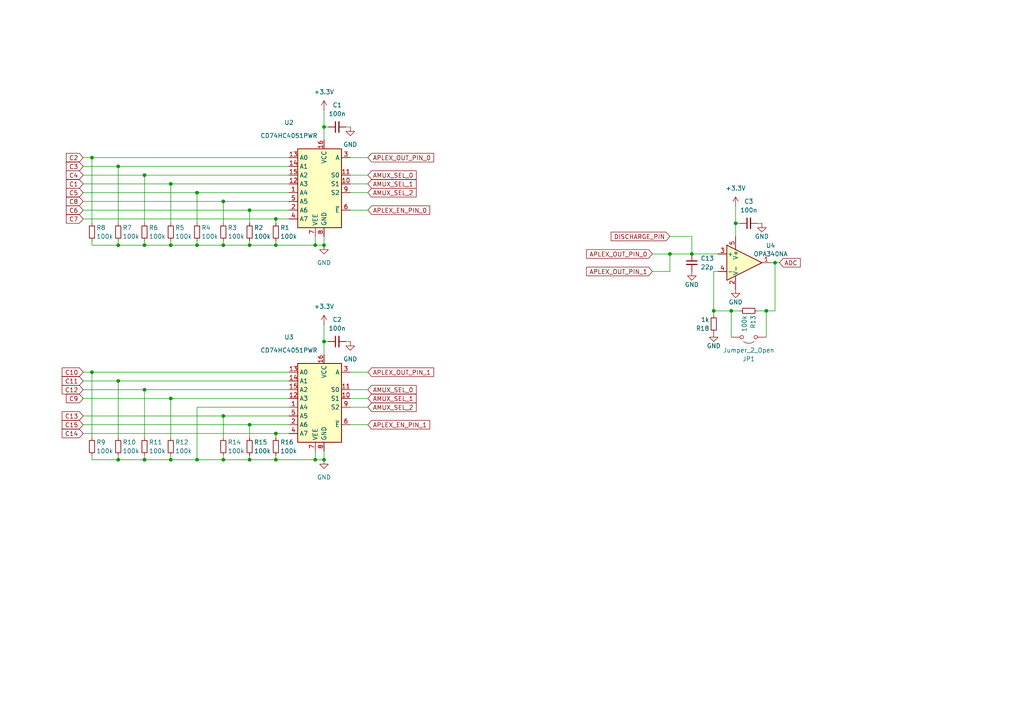
<source format=kicad_sch>
(kicad_sch (version 20231120) (generator "eeschema") (generator_version "8.0")
  (paper "A4")
  (lib_symbols
    (symbol "74xx:74HC4051"
      (property "Reference" "U" (at -5.08 11.43 0))
      (property "Value" "74HC4051" (at -7.62 -13.97 0))
      (symbol "74HC4051_0_1"
        (rectangle (start -5.08 10.16) (end 7.62 -12.7) (stroke (width 0.254)) (fill (type background)))
      )
      (symbol "74HC4051_1_1"
        (pin passive line (at 10.16 -2.54 180) (length 2.54) (name "A4") (number "1"))
        (pin input line (at -7.62 0 0) (length 2.54) (name "S1") (number "10"))
        (pin input line (at -7.62 2.54 0) (length 2.54) (name "S0") (number "11"))
        (pin passive line (at 10.16 0 180) (length 2.54) (name "A3") (number "12"))
        (pin passive line (at 10.16 7.62 180) (length 2.54) (name "A0") (number "13"))
        (pin passive line (at 10.16 5.08 180) (length 2.54) (name "A1") (number "14"))
        (pin passive line (at 10.16 2.54 180) (length 2.54) (name "A2") (number "15"))
        (pin power_in line (at 0 12.7 270) (length 2.54) (name "VCC") (number "16"))
        (pin passive line (at 10.16 -7.62 180) (length 2.54) (name "A6") (number "2"))
        (pin passive line (at -7.62 7.62 0) (length 2.54) (name "A") (number "3"))
        (pin passive line (at 10.16 -10.16 180) (length 2.54) (name "A7") (number "4"))
        (pin passive line (at 10.16 -5.08 180) (length 2.54) (name "A5") (number "5"))
        (pin input line (at -7.62 -7.62 0) (length 2.54) (name "~{E}") (number "6"))
        (pin power_in line (at 2.54 -15.24 90) (length 2.54) (name "VEE") (number "7"))
        (pin power_in line (at 0 -15.24 90) (length 2.54) (name "GND") (number "8"))
        (pin input line (at -7.62 -2.54 0) (length 2.54) (name "S2") (number "9"))
      )
    )
    (symbol "Amplifier_Operational:OPA340NA" (pin_names (offset 0.127))
      (property "Reference" "U" (at -1.27 6.35 0))
      (property "Value" "OPA340NA" (at -1.27 3.81 0))
      (symbol "OPA340NA_0_1"
        (polyline (pts (xy -5.08 5.08) (xy 5.08 0) (xy -5.08 -5.08) (xy -5.08 5.08)) (stroke (width 0.254)) (fill (type background)))
        (pin power_in line (at -2.54 -7.62 90) (length 3.81) (name "V-") (number "2"))
        (pin power_in line (at -2.54 7.62 270) (length 3.81) (name "V+") (number "5"))
      )
      (symbol "OPA340NA_1_1"
        (pin output line (at 7.62 0 180) (length 2.54) (name "~") (number "1"))
        (pin input line (at -7.62 2.54 0) (length 2.54) (name "+") (number "3"))
        (pin input line (at -7.62 -2.54 0) (length 2.54) (name "-") (number "4"))
      )
    )
    (symbol "Device:C_Small" (pin_numbers hide) (pin_names (offset 0.254) hide)
      (property "Reference" "C" (at 0.254 1.778 0))
      (property "Value" "C_Small" (at 0.254 -2.032 0))
      (symbol "C_Small_0_1"
        (polyline (pts (xy -1.524 -0.508) (xy 1.524 -0.508)) (stroke (width 0.3302)))
        (polyline (pts (xy -1.524 0.508) (xy 1.524 0.508)) (stroke (width 0.3048)))
      )
      (symbol "C_Small_1_1"
        (pin passive line (at 0 2.54 270) (length 2.032) (name "~") (number "1"))
        (pin passive line (at 0 -2.54 90) (length 2.032) (name "~") (number "2"))
      )
    )
    (symbol "Device:R_Small" (pin_numbers hide) (pin_names (offset 0.254) hide)
      (property "Reference" "R" (at 0.762 0.508 0))
      (property "Value" "R_Small" (at 0.762 -1.016 0))
      (symbol "R_Small_0_1"
        (rectangle (start -0.762 1.778) (end 0.762 -1.778) (stroke (width 0.2032)))
      )
      (symbol "R_Small_1_1"
        (pin passive line (at 0 2.54 270) (length 0.762) (name "~") (number "1"))
        (pin passive line (at 0 -2.54 90) (length 0.762) (name "~") (number "2"))
      )
    )
    (symbol "Jumper:Jumper_2_Open" (pin_numbers hide) (pin_names (offset 0) hide) (exclude_from_sim yes)
      (property "Reference" "JP" (at 0 2.794 0))
      (property "Value" "Jumper_2_Open" (at 0 -2.286 0))
      (symbol "Jumper_2_Open_0_0"
        (circle (center -2.032 0) (radius 0.508))
        (circle (center 2.032 0) (radius 0.508))
      )
      (symbol "Jumper_2_Open_0_1"
        (arc (start 1.524 1.27) (mid 0 1.778) (end -1.524 1.27))
      )
      (symbol "Jumper_2_Open_1_1"
        (pin passive line (at -5.08 0 0) (length 2.54) (name "A") (number "1"))
        (pin passive line (at 5.08 0 180) (length 2.54) (name "B") (number "2"))
      )
    )
    (symbol "power:+3.3V" (power) (pin_numbers hide) (pin_names (offset 0) hide)
      (property "Value" "+3.3V" (at 0 3.556 0))
      (symbol "+3.3V_0_1"
        (polyline (pts (xy -0.762 1.27) (xy 0 2.54)))
        (polyline (pts (xy 0 0) (xy 0 2.54)))
        (polyline (pts (xy 0 2.54) (xy 0.762 1.27)))
      )
      (symbol "+3.3V_1_1"
        (pin power_in line (at 0 0 90) (length 0) (name "~") (number "1"))
      )
    )
    (symbol "power:GND" (power) (pin_numbers hide) (pin_names (offset 0) hide)
      (property "Value" "GND" (at 0 -3.81 0))
      (symbol "GND_0_1"
        (polyline (pts (xy 0 0) (xy 0 -1.27) (xy 1.27 -1.27) (xy 0 -2.54) (xy -1.27 -1.27) (xy 0 -1.27)))
      )
      (symbol "GND_1_1"
        (pin power_in line (at 0 0 270) (length 0) (name "~") (number "1"))
      )
    )
  )
  (junction (at 64.77 71.12))
  (junction (at 212.09 90.17))
  (junction (at 224.79 76.2))
  (junction (at 72.39 60.96))
  (junction (at 34.29 133.35))
  (junction (at 49.53 71.12))
  (junction (at 41.91 50.8))
  (junction (at 80.01 63.5))
  (junction (at 80.01 133.35))
  (junction (at 57.15 55.88))
  (junction (at 41.91 133.35))
  (junction (at 34.29 71.12))
  (junction (at 72.39 133.35))
  (junction (at 93.98 71.12))
  (junction (at 91.44 71.12))
  (junction (at 57.15 71.12))
  (junction (at 91.44 133.35))
  (junction (at 207.01 90.17))
  (junction (at 34.29 48.26))
  (junction (at 222.25 90.17))
  (junction (at 80.01 125.73))
  (junction (at 213.36 64.77))
  (junction (at 200.66 73.66))
  (junction (at 49.53 115.57))
  (junction (at 41.91 71.12))
  (junction (at 72.39 123.19))
  (junction (at 93.98 99.06))
  (junction (at 64.77 133.35))
  (junction (at 194.31 73.66))
  (junction (at 49.53 133.35))
  (junction (at 72.39 71.12))
  (junction (at 34.29 110.49))
  (junction (at 80.01 71.12))
  (junction (at 64.77 120.65))
  (junction (at 57.15 133.35))
  (junction (at 26.67 45.72))
  (junction (at 93.98 133.35))
  (junction (at 93.98 36.83))
  (junction (at 41.91 113.03))
  (junction (at 26.67 107.95))
  (junction (at 64.77 58.42))
  (junction (at 49.53 53.34))
  (wire (pts (xy 41.91 133.35) (xy 34.29 133.35)))
  (wire (pts (xy 24.13 113.03) (xy 41.91 113.03)))
  (wire (pts (xy 101.6 113.03) (xy 106.68 113.03)))
  (wire (pts (xy 213.36 59.69) (xy 213.36 64.77)))
  (wire (pts (xy 101.6 55.88) (xy 106.68 55.88)))
  (wire (pts (xy 26.67 133.35) (xy 26.67 132.08)))
  (wire (pts (xy 207.01 90.17) (xy 207.01 91.44)))
  (wire (pts (xy 208.28 78.74) (xy 207.01 78.74)))
  (wire (pts (xy 24.13 48.26) (xy 34.29 48.26)))
  (wire (pts (xy 101.6 50.8) (xy 106.68 50.8)))
  (wire (pts (xy 24.13 125.73) (xy 80.01 125.73)))
  (wire (pts (xy 83.82 107.95) (xy 26.67 107.95)))
  (wire (pts (xy 91.44 130.81) (xy 91.44 133.35)))
  (wire (pts (xy 24.13 63.5) (xy 80.01 63.5)))
  (wire (pts (xy 194.31 68.58) (xy 200.66 68.58)))
  (wire (pts (xy 72.39 123.19) (xy 72.39 127)))
  (wire (pts (xy 213.36 64.77) (xy 214.63 64.77)))
  (wire (pts (xy 64.77 133.35) (xy 57.15 133.35)))
  (wire (pts (xy 80.01 71.12) (xy 72.39 71.12)))
  (wire (pts (xy 26.67 71.12) (xy 26.67 69.85)))
  (wire (pts (xy 219.71 64.77) (xy 220.98 64.77)))
  (wire (pts (xy 213.36 64.77) (xy 213.36 68.58)))
  (wire (pts (xy 91.44 68.58) (xy 91.44 71.12)))
  (wire (pts (xy 83.82 115.57) (xy 49.53 115.57)))
  (wire (pts (xy 57.15 55.88) (xy 57.15 64.77)))
  (wire (pts (xy 24.13 55.88) (xy 57.15 55.88)))
  (wire (pts (xy 49.53 69.85) (xy 49.53 71.12)))
  (wire (pts (xy 83.82 45.72) (xy 26.67 45.72)))
  (wire (pts (xy 91.44 133.35) (xy 80.01 133.35)))
  (wire (pts (xy 26.67 107.95) (xy 26.67 127)))
  (wire (pts (xy 24.13 60.96) (xy 72.39 60.96)))
  (wire (pts (xy 106.68 107.95) (xy 101.6 107.95)))
  (wire (pts (xy 83.82 60.96) (xy 72.39 60.96)))
  (wire (pts (xy 93.98 99.06) (xy 93.98 102.87)))
  (wire (pts (xy 101.6 53.34) (xy 106.68 53.34)))
  (wire (pts (xy 24.13 120.65) (xy 64.77 120.65)))
  (wire (pts (xy 41.91 50.8) (xy 41.91 64.77)))
  (wire (pts (xy 194.31 73.66) (xy 200.66 73.66)))
  (wire (pts (xy 24.13 58.42) (xy 64.77 58.42)))
  (wire (pts (xy 64.77 132.08) (xy 64.77 133.35)))
  (wire (pts (xy 34.29 71.12) (xy 26.67 71.12)))
  (wire (pts (xy 101.6 115.57) (xy 106.68 115.57)))
  (wire (pts (xy 83.82 50.8) (xy 41.91 50.8)))
  (wire (pts (xy 93.98 36.83) (xy 93.98 40.64)))
  (wire (pts (xy 41.91 113.03) (xy 41.91 127)))
  (wire (pts (xy 93.98 130.81) (xy 93.98 133.35)))
  (wire (pts (xy 83.82 110.49) (xy 34.29 110.49)))
  (wire (pts (xy 34.29 133.35) (xy 26.67 133.35)))
  (wire (pts (xy 194.31 73.66) (xy 194.31 78.74)))
  (wire (pts (xy 24.13 50.8) (xy 41.91 50.8)))
  (wire (pts (xy 93.98 31.75) (xy 93.98 36.83)))
  (wire (pts (xy 106.68 45.72) (xy 101.6 45.72)))
  (wire (pts (xy 24.13 45.72) (xy 26.67 45.72)))
  (wire (pts (xy 83.82 58.42) (xy 64.77 58.42)))
  (wire (pts (xy 83.82 113.03) (xy 41.91 113.03)))
  (wire (pts (xy 80.01 69.85) (xy 80.01 71.12)))
  (wire (pts (xy 93.98 36.83) (xy 95.25 36.83)))
  (wire (pts (xy 83.82 53.34) (xy 49.53 53.34)))
  (wire (pts (xy 106.68 60.96) (xy 101.6 60.96)))
  (wire (pts (xy 41.91 71.12) (xy 34.29 71.12)))
  (wire (pts (xy 93.98 93.98) (xy 93.98 99.06)))
  (wire (pts (xy 49.53 115.57) (xy 49.53 127)))
  (wire (pts (xy 57.15 118.11) (xy 57.15 133.35)))
  (wire (pts (xy 49.53 133.35) (xy 41.91 133.35)))
  (wire (pts (xy 189.23 78.74) (xy 194.31 78.74)))
  (wire (pts (xy 26.67 45.72) (xy 26.67 64.77)))
  (wire (pts (xy 200.66 68.58) (xy 200.66 73.66)))
  (wire (pts (xy 80.01 133.35) (xy 72.39 133.35)))
  (wire (pts (xy 222.25 90.17) (xy 222.25 97.79)))
  (wire (pts (xy 34.29 48.26) (xy 34.29 64.77)))
  (wire (pts (xy 72.39 132.08) (xy 72.39 133.35)))
  (wire (pts (xy 34.29 110.49) (xy 34.29 127)))
  (wire (pts (xy 83.82 63.5) (xy 80.01 63.5)))
  (wire (pts (xy 106.68 123.19) (xy 101.6 123.19)))
  (wire (pts (xy 189.23 73.66) (xy 194.31 73.66)))
  (wire (pts (xy 72.39 133.35) (xy 64.77 133.35)))
  (wire (pts (xy 83.82 48.26) (xy 34.29 48.26)))
  (wire (pts (xy 224.79 76.2) (xy 226.06 76.2)))
  (wire (pts (xy 207.01 78.74) (xy 207.01 90.17)))
  (wire (pts (xy 93.98 68.58) (xy 93.98 71.12)))
  (wire (pts (xy 212.09 90.17) (xy 214.63 90.17)))
  (wire (pts (xy 24.13 53.34) (xy 49.53 53.34)))
  (wire (pts (xy 24.13 107.95) (xy 26.67 107.95)))
  (wire (pts (xy 93.98 133.35) (xy 91.44 133.35)))
  (wire (pts (xy 80.01 125.73) (xy 80.01 127)))
  (wire (pts (xy 200.66 73.66) (xy 208.28 73.66)))
  (wire (pts (xy 72.39 69.85) (xy 72.39 71.12)))
  (wire (pts (xy 224.79 76.2) (xy 223.52 76.2)))
  (wire (pts (xy 49.53 53.34) (xy 49.53 64.77)))
  (wire (pts (xy 83.82 125.73) (xy 80.01 125.73)))
  (wire (pts (xy 34.29 132.08) (xy 34.29 133.35)))
  (wire (pts (xy 80.01 63.5) (xy 80.01 64.77)))
  (wire (pts (xy 72.39 60.96) (xy 72.39 64.77)))
  (wire (pts (xy 93.98 71.12) (xy 91.44 71.12)))
  (wire (pts (xy 224.79 90.17) (xy 224.79 76.2)))
  (wire (pts (xy 41.91 132.08) (xy 41.91 133.35)))
  (wire (pts (xy 100.33 36.83) (xy 101.6 36.83)))
  (wire (pts (xy 72.39 71.12) (xy 64.77 71.12)))
  (wire (pts (xy 64.77 58.42) (xy 64.77 64.77)))
  (wire (pts (xy 101.6 118.11) (xy 106.68 118.11)))
  (wire (pts (xy 207.01 90.17) (xy 212.09 90.17)))
  (wire (pts (xy 57.15 71.12) (xy 49.53 71.12)))
  (wire (pts (xy 41.91 69.85) (xy 41.91 71.12)))
  (wire (pts (xy 24.13 110.49) (xy 34.29 110.49)))
  (wire (pts (xy 83.82 120.65) (xy 64.77 120.65)))
  (wire (pts (xy 64.77 120.65) (xy 64.77 127)))
  (wire (pts (xy 24.13 123.19) (xy 72.39 123.19)))
  (wire (pts (xy 219.71 90.17) (xy 222.25 90.17)))
  (wire (pts (xy 64.77 71.12) (xy 57.15 71.12)))
  (wire (pts (xy 93.98 99.06) (xy 95.25 99.06)))
  (wire (pts (xy 57.15 69.85) (xy 57.15 71.12)))
  (wire (pts (xy 49.53 132.08) (xy 49.53 133.35)))
  (wire (pts (xy 212.09 90.17) (xy 212.09 97.79)))
  (wire (pts (xy 83.82 123.19) (xy 72.39 123.19)))
  (wire (pts (xy 80.01 132.08) (xy 80.01 133.35)))
  (wire (pts (xy 222.25 90.17) (xy 224.79 90.17)))
  (wire (pts (xy 49.53 71.12) (xy 41.91 71.12)))
  (wire (pts (xy 64.77 69.85) (xy 64.77 71.12)))
  (wire (pts (xy 100.33 99.06) (xy 101.6 99.06)))
  (wire (pts (xy 83.82 118.11) (xy 57.15 118.11)))
  (wire (pts (xy 83.82 55.88) (xy 57.15 55.88)))
  (wire (pts (xy 57.15 133.35) (xy 49.53 133.35)))
  (wire (pts (xy 34.29 69.85) (xy 34.29 71.12)))
  (wire (pts (xy 91.44 71.12) (xy 80.01 71.12)))
  (wire (pts (xy 24.13 115.57) (xy 49.53 115.57)))
  (global_label "AMUX_SEL_0" (shape input) (at 106.68 50.8 0) (property "Intersheetrefs" "${INTERSHEET_REFS}" (effects (hide yes))))
  (global_label "ADC" (shape input) (at 226.06 76.2 0) (property "Intersheetrefs" "${INTERSHEET_REFS}" (effects (hide yes))))
  (global_label "C10" (shape input) (at 24.13 107.95 180) (property "Intersheetrefs" "${INTERSHEET_REFS}" (effects (hide yes))))
  (global_label "APLEX_EN_PIN_1" (shape input) (at 106.68 123.19 0) (property "Intersheetrefs" "${INTERSHEET_REFS}" (effects (hide yes))))
  (global_label "C8" (shape input) (at 24.13 58.42 180) (property "Intersheetrefs" "${INTERSHEET_REFS}" (effects (hide yes))))
  (global_label "C6" (shape input) (at 24.13 60.96 180) (property "Intersheetrefs" "${INTERSHEET_REFS}" (effects (hide yes))))
  (global_label "APLEX_OUT_PIN_0" (shape input) (at 189.23 73.66 180) (property "Intersheetrefs" "${INTERSHEET_REFS}" (effects (hide yes))))
  (global_label "C9" (shape input) (at 24.13 115.57 180) (property "Intersheetrefs" "${INTERSHEET_REFS}" (effects (hide yes))))
  (global_label "AMUX_SEL_0" (shape input) (at 106.68 113.03 0) (property "Intersheetrefs" "${INTERSHEET_REFS}" (effects (hide yes))))
  (global_label "C11" (shape input) (at 24.13 110.49 180) (property "Intersheetrefs" "${INTERSHEET_REFS}" (effects (hide yes))))
  (global_label "C3" (shape input) (at 24.13 48.26 180) (property "Intersheetrefs" "${INTERSHEET_REFS}" (effects (hide yes))))
  (global_label "C12" (shape input) (at 24.13 113.03 180) (property "Intersheetrefs" "${INTERSHEET_REFS}" (effects (hide yes))))
  (global_label "C2" (shape input) (at 24.13 45.72 180) (property "Intersheetrefs" "${INTERSHEET_REFS}" (effects (hide yes))))
  (global_label "APLEX_OUT_PIN_0" (shape input) (at 106.68 45.72 0) (property "Intersheetrefs" "${INTERSHEET_REFS}" (effects (hide yes))))
  (global_label "AMUX_SEL_1" (shape input) (at 106.68 115.57 0) (property "Intersheetrefs" "${INTERSHEET_REFS}" (effects (hide yes))))
  (global_label "AMUX_SEL_2" (shape input) (at 106.68 55.88 0) (property "Intersheetrefs" "${INTERSHEET_REFS}" (effects (hide yes))))
  (global_label "C7" (shape input) (at 24.13 63.5 180) (property "Intersheetrefs" "${INTERSHEET_REFS}" (effects (hide yes))))
  (global_label "C1" (shape input) (at 24.13 53.34 180) (property "Intersheetrefs" "${INTERSHEET_REFS}" (effects (hide yes))))
  (global_label "APLEX_OUT_PIN_1" (shape input) (at 106.68 107.95 0) (property "Intersheetrefs" "${INTERSHEET_REFS}" (effects (hide yes))))
  (global_label "AMUX_SEL_2" (shape input) (at 106.68 118.11 0) (property "Intersheetrefs" "${INTERSHEET_REFS}" (effects (hide yes))))
  (global_label "C5" (shape input) (at 24.13 55.88 180) (property "Intersheetrefs" "${INTERSHEET_REFS}" (effects (hide yes))))
  (global_label "C13" (shape input) (at 24.13 120.65 180) (property "Intersheetrefs" "${INTERSHEET_REFS}" (effects (hide yes))))
  (global_label "APLEX_OUT_PIN_1" (shape input) (at 189.23 78.74 180) (property "Intersheetrefs" "${INTERSHEET_REFS}" (effects (hide yes))))
  (global_label "APLEX_EN_PIN_0" (shape input) (at 106.68 60.96 0) (property "Intersheetrefs" "${INTERSHEET_REFS}" (effects (hide yes))))
  (global_label "C14" (shape input) (at 24.13 125.73 180) (property "Intersheetrefs" "${INTERSHEET_REFS}" (effects (hide yes))))
  (global_label "DISCHARGE_PIN" (shape input) (at 194.31 68.58 180) (property "Intersheetrefs" "${INTERSHEET_REFS}" (effects (hide yes))))
  (global_label "C4" (shape input) (at 24.13 50.8 180) (property "Intersheetrefs" "${INTERSHEET_REFS}" (effects (hide yes))))
  (global_label "AMUX_SEL_1" (shape input) (at 106.68 53.34 0) (property "Intersheetrefs" "${INTERSHEET_REFS}" (effects (hide yes))))
  (global_label "C15" (shape input) (at 24.13 123.19 180) (property "Intersheetrefs" "${INTERSHEET_REFS}" (effects (hide yes))))
  (symbol (lib_id "Device:R_Small") (at 64.77 129.54 0) (unit 1)
    (property "Reference" "R14" (at 66.04 128.27 0) (effects (justify left)))
    (property "Value" "100k" (at 66.04 130.81 0) (effects (justify left)))
    (property "Footprint" "Resistor_SMD:R_0603_1608Metric" (effects (hide yes)))
    (property "Description" "Resistor, small symbol" (effects (hide yes)))
    (property "LCSC" "C25803" (effects (hide yes)))
  )
  (symbol (lib_id "Amplifier_Operational:OPA340NA") (at 215.9 76.2 0) (unit 1)
    (property "Reference" "U4" (at 223.52 71.2358 0))
    (property "Value" "OPA340NA" (at 223.52 73.66 0))
    (property "Footprint" "Package_TO_SOT_SMD:SOT-23-5" (effects (hide yes)))
    (property "Datasheet" "http://www.ti.com/lit/ds/symlink/opa340.pdf" (effects (hide yes)))
    (property "LCSC" "C73479" (effects (hide yes)))
    (property "MPN" "OPA340NA/3K" (effects (hide yes)))
  )
  (symbol (lib_id "power:+3.3V") (at 93.98 93.98 0) (unit 1)
    (property "Reference" "#PWR012" (effects (hide yes)))
    (property "Value" "+3.3V" (at 93.98 88.9 0))
    (property "Description" "Power symbol creates a global label with name \"+3.3V\"" (effects (hide yes)))
  )
  (symbol (lib_id "74xx:74HC4051") (at 93.98 53.34 0) (mirror y) (unit 1)
    (property "Reference" "U2" (at 83.82 35.56 0))
    (property "Value" "CD74HC4051PWR" (at 83.82 39.37 0))
    (property "Footprint" "cipulot_parts:TSSOP16" (effects (hide yes)))
    (property "Datasheet" "http://www.ti.com/lit/ds/symlink/cd74hc4051.pdf" (effects (hide yes)))
    (property "LCSC" "C352826" (effects (hide yes)))
    (property "MPN" "CD74HC4051PWR" (effects (hide yes)))
  )
  (symbol (lib_id "power:GND") (at 220.98 64.77 0) (unit 1)
    (property "Reference" "#PWR015" (effects (hide yes)))
    (property "Value" "GND" (at 220.98 68.58 0))
    (property "Description" "Power symbol creates a global label with name \"GND\" , ground" (effects (hide yes)))
  )
  (symbol (lib_id "Device:R_Small") (at 26.67 67.31 0) (unit 1)
    (property "Reference" "R8" (at 27.94 66.04 0) (effects (justify left)))
    (property "Value" "100k" (at 27.94 68.58 0) (effects (justify left)))
    (property "Footprint" "Resistor_SMD:R_0603_1608Metric" (effects (hide yes)))
    (property "Description" "Resistor, small symbol" (effects (hide yes)))
    (property "LCSC" "C25803" (effects (hide yes)))
  )
  (symbol (lib_id "Device:R_Small") (at 41.91 129.54 0) (unit 1)
    (property "Reference" "R11" (at 43.18 128.27 0) (effects (justify left)))
    (property "Value" "100k" (at 43.18 130.81 0) (effects (justify left)))
    (property "Footprint" "Resistor_SMD:R_0603_1608Metric" (effects (hide yes)))
    (property "Description" "Resistor, small symbol" (effects (hide yes)))
    (property "LCSC" "C25803" (effects (hide yes)))
  )
  (symbol (lib_id "Device:R_Small") (at 26.67 129.54 0) (unit 1)
    (property "Reference" "R9" (at 27.94 128.27 0) (effects (justify left)))
    (property "Value" "100k" (at 27.94 130.81 0) (effects (justify left)))
    (property "Footprint" "Resistor_SMD:R_0603_1608Metric" (effects (hide yes)))
    (property "Description" "Resistor, small symbol" (effects (hide yes)))
    (property "LCSC" "C25803" (effects (hide yes)))
  )
  (symbol (lib_id "power:GND") (at 101.6 99.06 0) (unit 1)
    (property "Reference" "#PWR013" (effects (hide yes)))
    (property "Value" "GND" (at 101.6 104.14 0))
    (property "Description" "Power symbol creates a global label with name \"GND\" , ground" (effects (hide yes)))
  )
  (symbol (lib_id "power:GND") (at 200.66 78.74 0) (unit 1)
    (property "Reference" "#PWR018" (effects (hide yes)))
    (property "Value" "GND" (at 200.66 82.55 0))
    (property "Description" "Power symbol creates a global label with name \"GND\" , ground" (effects (hide yes)))
  )
  (symbol (lib_id "power:GND") (at 207.01 96.52 0) (unit 1)
    (property "Reference" "#PWR017" (effects (hide yes)))
    (property "Value" "GND" (at 207.01 100.33 0))
    (property "Description" "Power symbol creates a global label with name \"GND\" , ground" (effects (hide yes)))
  )
  (symbol (lib_id "Device:R_Small") (at 80.01 67.31 0) (unit 1)
    (property "Reference" "R1" (at 81.28 66.04 0) (effects (justify left)))
    (property "Value" "100k" (at 81.28 68.58 0) (effects (justify left)))
    (property "Footprint" "Resistor_SMD:R_0603_1608Metric" (effects (hide yes)))
    (property "Description" "Resistor, small symbol" (effects (hide yes)))
    (property "LCSC" "C25803" (effects (hide yes)))
  )
  (symbol (lib_id "power:+3.3V") (at 213.36 59.69 0) (unit 1)
    (property "Reference" "#PWR014" (effects (hide yes)))
    (property "Value" "+3.3V" (at 213.36 54.61 0))
    (property "Description" "Power symbol creates a global label with name \"+3.3V\"" (effects (hide yes)))
  )
  (symbol (lib_id "power:GND") (at 101.6 36.83 0) (unit 1)
    (property "Reference" "#PWR010" (effects (hide yes)))
    (property "Value" "GND" (at 101.6 41.91 0))
    (property "Description" "Power symbol creates a global label with name \"GND\" , ground" (effects (hide yes)))
  )
  (symbol (lib_id "Device:R_Small") (at 49.53 67.31 0) (unit 1)
    (property "Reference" "R5" (at 50.8 66.04 0) (effects (justify left)))
    (property "Value" "100k" (at 50.8 68.58 0) (effects (justify left)))
    (property "Footprint" "Resistor_SMD:R_0603_1608Metric" (effects (hide yes)))
    (property "Description" "Resistor, small symbol" (effects (hide yes)))
    (property "LCSC" "C25803" (effects (hide yes)))
  )
  (symbol (lib_id "Device:R_Small") (at 57.15 67.31 0) (unit 1)
    (property "Reference" "R4" (at 58.42 66.04 0) (effects (justify left)))
    (property "Value" "100k" (at 58.42 68.58 0) (effects (justify left)))
    (property "Footprint" "Resistor_SMD:R_0603_1608Metric" (effects (hide yes)))
    (property "Description" "Resistor, small symbol" (effects (hide yes)))
    (property "LCSC" "C25803" (effects (hide yes)))
  )
  (symbol (lib_id "Device:R_Small") (at 34.29 129.54 0) (unit 1)
    (property "Reference" "R10" (at 35.56 128.27 0) (effects (justify left)))
    (property "Value" "100k" (at 35.56 130.81 0) (effects (justify left)))
    (property "Footprint" "Resistor_SMD:R_0603_1608Metric" (effects (hide yes)))
    (property "Description" "Resistor, small symbol" (effects (hide yes)))
    (property "LCSC" "C25803" (effects (hide yes)))
  )
  (symbol (lib_id "Device:C_Small") (at 97.79 36.83 90) (unit 1)
    (property "Reference" "C1" (at 97.7963 30.48 90))
    (property "Value" "100n" (at 97.7963 33.02 90))
    (property "Footprint" "Capacitor_SMD:C_0603_1608Metric" (effects (hide yes)))
    (property "Description" "Unpolarized capacitor, small symbol" (effects (hide yes)))
    (property "LCSC" "C14663" (effects (hide yes)))
  )
  (symbol (lib_id "power:GND") (at 93.98 71.12 0) (unit 1)
    (property "Reference" "#PWR08" (effects (hide yes)))
    (property "Value" "GND" (at 93.98 76.2 0))
    (property "Description" "Power symbol creates a global label with name \"GND\" , ground" (effects (hide yes)))
  )
  (symbol (lib_id "Device:R_Small") (at 207.01 93.98 180) (unit 1)
    (property "Reference" "R18" (at 205.74 95.25 0) (effects (justify left)))
    (property "Value" "1k" (at 205.74 92.71 0) (effects (justify left)))
    (property "Footprint" "Resistor_SMD:R_0603_1608Metric" (effects (hide yes)))
    (property "Description" "Resistor, small symbol" (effects (hide yes)))
    (property "LCSC" "C21190" (effects (hide yes)))
  )
  (symbol (lib_id "Jumper:Jumper_2_Open") (at 217.17 97.79 180) (unit 1) (exclude_from_sim yes)
    (property "Reference" "JP1" (at 217.17 104.14 0))
    (property "Value" "Jumper_2_Open" (at 217.17 101.6 0))
    (property "Footprint" "Resistor_SMD:R_0603_1608Metric_Pad0.98x0.95mm_HandSolder" (effects (hide yes)))
    (property "Description" "Jumper, 2-pole, open" (effects (hide yes)))
  )
  (symbol (lib_id "Device:R_Small") (at 72.39 67.31 0) (unit 1)
    (property "Reference" "R2" (at 73.66 66.04 0) (effects (justify left)))
    (property "Value" "100k" (at 73.66 68.58 0) (effects (justify left)))
    (property "Footprint" "Resistor_SMD:R_0603_1608Metric" (effects (hide yes)))
    (property "Description" "Resistor, small symbol" (effects (hide yes)))
    (property "LCSC" "C25803" (effects (hide yes)))
  )
  (symbol (lib_id "Device:R_Small") (at 80.01 129.54 0) (unit 1)
    (property "Reference" "R16" (at 81.28 128.27 0) (effects (justify left)))
    (property "Value" "100k" (at 81.28 130.81 0) (effects (justify left)))
    (property "Footprint" "Resistor_SMD:R_0603_1608Metric" (effects (hide yes)))
    (property "Description" "Resistor, small symbol" (effects (hide yes)))
    (property "LCSC" "C25803" (effects (hide yes)))
  )
  (symbol (lib_id "Device:R_Small") (at 64.77 67.31 0) (unit 1)
    (property "Reference" "R3" (at 66.04 66.04 0) (effects (justify left)))
    (property "Value" "100k" (at 66.04 68.58 0) (effects (justify left)))
    (property "Footprint" "Resistor_SMD:R_0603_1608Metric" (effects (hide yes)))
    (property "Description" "Resistor, small symbol" (effects (hide yes)))
    (property "LCSC" "C25803" (effects (hide yes)))
  )
  (symbol (lib_id "Device:R_Small") (at 49.53 129.54 0) (unit 1)
    (property "Reference" "R12" (at 50.8 128.27 0) (effects (justify left)))
    (property "Value" "100k" (at 50.8 130.81 0) (effects (justify left)))
    (property "Footprint" "Resistor_SMD:R_0603_1608Metric" (effects (hide yes)))
    (property "Description" "Resistor, small symbol" (effects (hide yes)))
    (property "LCSC" "C25803" (effects (hide yes)))
  )
  (symbol (lib_id "Device:C_Small") (at 217.17 64.77 90) (unit 1)
    (property "Reference" "C3" (at 217.1763 58.42 90))
    (property "Value" "100n" (at 217.1763 60.96 90))
    (property "Footprint" "Capacitor_SMD:C_0603_1608Metric" (effects (hide yes)))
    (property "Description" "Unpolarized capacitor, small symbol" (effects (hide yes)))
    (property "LCSC" "C14663" (effects (hide yes)))
  )
  (symbol (lib_id "Device:R_Small") (at 72.39 129.54 0) (unit 1)
    (property "Reference" "R15" (at 73.66 128.27 0) (effects (justify left)))
    (property "Value" "100k" (at 73.66 130.81 0) (effects (justify left)))
    (property "Footprint" "Resistor_SMD:R_0603_1608Metric" (effects (hide yes)))
    (property "Description" "Resistor, small symbol" (effects (hide yes)))
    (property "LCSC" "C25803" (effects (hide yes)))
  )
  (symbol (lib_id "power:GND") (at 93.98 133.35 0) (unit 1)
    (property "Reference" "#PWR011" (effects (hide yes)))
    (property "Value" "GND" (at 93.98 138.43 0))
    (property "Description" "Power symbol creates a global label with name \"GND\" , ground" (effects (hide yes)))
  )
  (symbol (lib_id "Device:R_Small") (at 217.17 90.17 270) (unit 1)
    (property "Reference" "R13" (at 218.44 91.44 0) (effects (justify left)))
    (property "Value" "100k" (at 215.9 91.44 0) (effects (justify left)))
    (property "Footprint" "Resistor_SMD:R_0603_1608Metric" (effects (hide yes)))
    (property "Description" "Resistor, small symbol" (effects (hide yes)))
    (property "LCSC" "C25803" (effects (hide yes)))
  )
  (symbol (lib_id "Device:R_Small") (at 41.91 67.31 0) (unit 1)
    (property "Reference" "R6" (at 43.18 66.04 0) (effects (justify left)))
    (property "Value" "100k" (at 43.18 68.58 0) (effects (justify left)))
    (property "Footprint" "Resistor_SMD:R_0603_1608Metric" (effects (hide yes)))
    (property "Description" "Resistor, small symbol" (effects (hide yes)))
    (property "LCSC" "C25803" (effects (hide yes)))
  )
  (symbol (lib_id "Device:C_Small") (at 97.79 99.06 90) (unit 1)
    (property "Reference" "C2" (at 97.7963 92.71 90))
    (property "Value" "100n" (at 97.7963 95.25 90))
    (property "Footprint" "Capacitor_SMD:C_0603_1608Metric" (effects (hide yes)))
    (property "Description" "Unpolarized capacitor, small symbol" (effects (hide yes)))
    (property "LCSC" "C14663" (effects (hide yes)))
  )
  (symbol (lib_id "74xx:74HC4051") (at 93.98 115.57 0) (mirror y) (unit 1)
    (property "Reference" "U3" (at 83.82 97.79 0))
    (property "Value" "CD74HC4051PWR" (at 83.82 101.6 0))
    (property "Footprint" "cipulot_parts:TSSOP16" (effects (hide yes)))
    (property "Datasheet" "http://www.ti.com/lit/ds/symlink/cd74hc4051.pdf" (effects (hide yes)))
    (property "LCSC" "C352826" (effects (hide yes)))
    (property "MPN" "CD74HC4051PWR" (effects (hide yes)))
  )
  (symbol (lib_id "Device:C_Small") (at 200.66 76.2 0) (unit 1)
    (property "Reference" "C13" (at 203.2 74.9362 0) (effects (justify left)))
    (property "Value" "22p" (at 203.2 77.4762 0) (effects (justify left)))
    (property "Footprint" "Capacitor_SMD:C_0603_1608Metric" (effects (hide yes)))
    (property "Description" "Unpolarized capacitor, small symbol" (effects (hide yes)))
    (property "LCSC" "C183114" (effects (hide yes)))
  )
  (symbol (lib_id "Device:R_Small") (at 34.29 67.31 0) (unit 1)
    (property "Reference" "R7" (at 35.56 66.04 0) (effects (justify left)))
    (property "Value" "100k" (at 35.56 68.58 0) (effects (justify left)))
    (property "Footprint" "Resistor_SMD:R_0603_1608Metric" (effects (hide yes)))
    (property "Description" "Resistor, small symbol" (effects (hide yes)))
    (property "LCSC" "C25803" (effects (hide yes)))
  )
  (symbol (lib_id "power:GND") (at 213.36 83.82 0) (unit 1)
    (property "Reference" "#PWR016" (effects (hide yes)))
    (property "Value" "GND" (at 213.36 87.63 0))
    (property "Description" "Power symbol creates a global label with name \"GND\" , ground" (effects (hide yes)))
  )
  (symbol (lib_id "power:+3.3V") (at 93.98 31.75 0) (unit 1)
    (property "Reference" "#PWR09" (effects (hide yes)))
    (property "Value" "+3.3V" (at 93.98 26.67 0))
    (property "Description" "Power symbol creates a global label with name \"+3.3V\"" (effects (hide yes)))
  )
)
</source>
